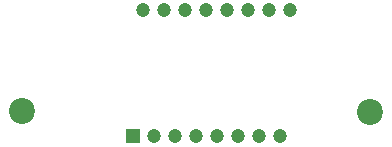
<source format=gbs>
%TF.GenerationSoftware,KiCad,Pcbnew,(5.1.4)-1*%
%TF.CreationDate,2025-05-10T17:32:09-04:00*%
%TF.ProjectId,PMW3360,504d5733-3336-4302-9e6b-696361645f70,rev?*%
%TF.SameCoordinates,Original*%
%TF.FileFunction,Soldermask,Bot*%
%TF.FilePolarity,Negative*%
%FSLAX46Y46*%
G04 Gerber Fmt 4.6, Leading zero omitted, Abs format (unit mm)*
G04 Created by KiCad (PCBNEW (5.1.4)-1) date 2025-05-10 17:32:09*
%MOMM*%
%LPD*%
G04 APERTURE LIST*
%ADD10C,2.200000*%
%ADD11C,1.200000*%
%ADD12R,1.200000X1.200000*%
G04 APERTURE END LIST*
D10*
X144060000Y-108050000D03*
X173490000Y-108100000D03*
D11*
X166750000Y-99500000D03*
X164970000Y-99500000D03*
X163190000Y-99500000D03*
X161410000Y-99500000D03*
X159630000Y-99500000D03*
X157850000Y-99500000D03*
X156070000Y-99500000D03*
X154290000Y-99500000D03*
X165860000Y-110200000D03*
X164080000Y-110200000D03*
X162300000Y-110200000D03*
X160520000Y-110200000D03*
X158740000Y-110200000D03*
X156960000Y-110200000D03*
X155180000Y-110200000D03*
D12*
X153400000Y-110200000D03*
M02*

</source>
